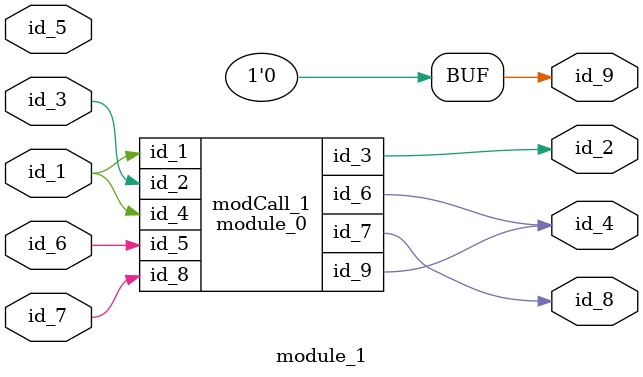
<source format=v>
module module_0 (
    id_1,
    id_2,
    id_3,
    id_4,
    id_5,
    id_6,
    id_7,
    id_8,
    id_9
);
  output wire id_9;
  input wire id_8;
  output wire id_7;
  output wire id_6;
  input wire id_5;
  input wire id_4;
  output wire id_3;
  input wire id_2;
  input wire id_1;
  wire id_10;
  wire id_11;
  wire id_12;
endmodule
module module_1 (
    id_1,
    id_2,
    id_3,
    id_4,
    id_5,
    id_6,
    id_7,
    id_8,
    id_9
);
  output wire id_9;
  output wire id_8;
  input wire id_7;
  input wire id_6;
  input wire id_5;
  output wire id_4;
  inout wire id_3;
  output wire id_2;
  input wire id_1;
  initial begin : LABEL_0
    id_9 = 1'd0;
  end
  module_0 modCall_1 (
      id_1,
      id_3,
      id_2,
      id_1,
      id_6,
      id_4,
      id_8,
      id_7,
      id_4
  );
endmodule

</source>
